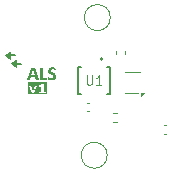
<source format=gbr>
%TF.GenerationSoftware,KiCad,Pcbnew,8.0.3*%
%TF.CreationDate,2026-01-07T02:22:38-05:00*%
%TF.ProjectId,lux-module,6c75782d-6d6f-4647-956c-652e6b696361,A*%
%TF.SameCoordinates,Original*%
%TF.FileFunction,Legend,Top*%
%TF.FilePolarity,Positive*%
%FSLAX46Y46*%
G04 Gerber Fmt 4.6, Leading zero omitted, Abs format (unit mm)*
G04 Created by KiCad (PCBNEW 8.0.3) date 2026-01-07 02:22:38*
%MOMM*%
%LPD*%
G01*
G04 APERTURE LIST*
%ADD10C,0.200000*%
%ADD11C,0.100000*%
%ADD12C,0.120000*%
%ADD13C,0.152400*%
G04 APERTURE END LIST*
D10*
X126790000Y-52080000D02*
X126390000Y-52080000D01*
X126250000Y-51370000D02*
X125850000Y-51370000D01*
D11*
X134340000Y-48190000D02*
G75*
G02*
X132140000Y-48190000I-1100000J0D01*
G01*
X132140000Y-48190000D02*
G75*
G02*
X134340000Y-48190000I1100000J0D01*
G01*
X134070000Y-59850000D02*
G75*
G02*
X131870000Y-59850000I-1100000J0D01*
G01*
X131870000Y-59850000D02*
G75*
G02*
X134070000Y-59850000I1100000J0D01*
G01*
X126360000Y-52370000D02*
X125930000Y-52070000D01*
X126360000Y-51780000D01*
X126360000Y-52370000D01*
G36*
X126360000Y-52370000D02*
G01*
X125930000Y-52070000D01*
X126360000Y-51780000D01*
X126360000Y-52370000D01*
G37*
X125820000Y-51660000D02*
X125390000Y-51360000D01*
X125820000Y-51070000D01*
X125820000Y-51660000D01*
G36*
X125820000Y-51660000D02*
G01*
X125390000Y-51360000D01*
X125820000Y-51070000D01*
X125820000Y-51660000D01*
G37*
D10*
G36*
X127842587Y-52417408D02*
G01*
X127860321Y-52417974D01*
X127905163Y-52423836D01*
X127928318Y-52437318D01*
X127940334Y-52461938D01*
X128270062Y-53401003D01*
X128282372Y-53447605D01*
X128275631Y-53473397D01*
X128243684Y-53483948D01*
X128185072Y-53485991D01*
X128180083Y-53486000D01*
X128120650Y-53485102D01*
X128114431Y-53484827D01*
X128078674Y-53479845D01*
X128061381Y-53469586D01*
X128053175Y-53452294D01*
X127981367Y-53242147D01*
X127581004Y-53242147D01*
X127513300Y-53446725D01*
X127504508Y-53466069D01*
X127487215Y-53478379D01*
X127453510Y-53484534D01*
X127396357Y-53486000D01*
X127336859Y-53483655D01*
X127307257Y-53471638D01*
X127301395Y-53445260D01*
X127313998Y-53399244D01*
X127428023Y-53073327D01*
X127628778Y-53073327D01*
X127931249Y-53073327D01*
X127780307Y-52615225D01*
X127779427Y-52615225D01*
X127628778Y-53073327D01*
X127428023Y-53073327D01*
X127642847Y-52459300D01*
X127654277Y-52437025D01*
X127675380Y-52423836D01*
X127715240Y-52417974D01*
X127775228Y-52416812D01*
X127782944Y-52416802D01*
X127842587Y-52417408D01*
G37*
G36*
X128999860Y-53391038D02*
G01*
X128997808Y-53434709D01*
X128991653Y-53464018D01*
X128981395Y-53481017D01*
X128967034Y-53486000D01*
X128478157Y-53486000D01*
X128432435Y-53470173D01*
X128413970Y-53417709D01*
X128413970Y-52451387D01*
X128419246Y-52436732D01*
X128437124Y-52425888D01*
X128470244Y-52419440D01*
X128522707Y-52416802D01*
X128575464Y-52419440D01*
X128608290Y-52425888D01*
X128625875Y-52436439D01*
X128631444Y-52451094D01*
X128631444Y-53298421D01*
X128967034Y-53298421D01*
X128981395Y-53303110D01*
X128991653Y-53318644D01*
X128997808Y-53347367D01*
X128999860Y-53391038D01*
G37*
G36*
X129756622Y-53165357D02*
G01*
X129752212Y-53225560D01*
X129737481Y-53284268D01*
X129725261Y-53313076D01*
X129693557Y-53364687D01*
X129653326Y-53408220D01*
X129640265Y-53419175D01*
X129590056Y-53452378D01*
X129532778Y-53477614D01*
X129515115Y-53483362D01*
X129455175Y-53497215D01*
X129392043Y-53504005D01*
X129361828Y-53504757D01*
X129302013Y-53501883D01*
X129258953Y-53495672D01*
X129201689Y-53482105D01*
X129175422Y-53473690D01*
X129121021Y-53450224D01*
X129114752Y-53446725D01*
X129079581Y-53421812D01*
X129064340Y-53390745D01*
X129059944Y-53332713D01*
X129061409Y-53289921D01*
X129066978Y-53262078D01*
X129076943Y-53246837D01*
X129091304Y-53242147D01*
X129123838Y-53256802D01*
X129175726Y-53287946D01*
X129177766Y-53289042D01*
X129231886Y-53312807D01*
X129256608Y-53321282D01*
X129315966Y-53333518D01*
X129362414Y-53335937D01*
X129421293Y-53329358D01*
X129433342Y-53325972D01*
X129486392Y-53298128D01*
X129519804Y-53253285D01*
X129531516Y-53195540D01*
X129531528Y-53193494D01*
X129515159Y-53136047D01*
X129511598Y-53131066D01*
X129467808Y-53089905D01*
X129460013Y-53084757D01*
X129407587Y-53055906D01*
X129387913Y-53046949D01*
X129333949Y-53022726D01*
X129304675Y-53009433D01*
X129252102Y-52982459D01*
X129221437Y-52964297D01*
X129174451Y-52928897D01*
X129149337Y-52903920D01*
X129114349Y-52855033D01*
X129097752Y-52820975D01*
X129081874Y-52760965D01*
X129078115Y-52706083D01*
X129082807Y-52646787D01*
X129098355Y-52589854D01*
X129106545Y-52571261D01*
X129137513Y-52520961D01*
X129180057Y-52476960D01*
X129183042Y-52474541D01*
X129235652Y-52440982D01*
X129292693Y-52418305D01*
X129296762Y-52417095D01*
X129355722Y-52404072D01*
X129417712Y-52398342D01*
X129435980Y-52398044D01*
X129495056Y-52401801D01*
X129511598Y-52404199D01*
X129570030Y-52416627D01*
X129582526Y-52420319D01*
X129637927Y-52441872D01*
X129641144Y-52443473D01*
X129674849Y-52464576D01*
X129685987Y-52478937D01*
X129690969Y-52494178D01*
X129693900Y-52517919D01*
X129694780Y-52553676D01*
X129693607Y-52594122D01*
X129689504Y-52621380D01*
X129681004Y-52636914D01*
X129666643Y-52641896D01*
X129637627Y-52630173D01*
X129589267Y-52604087D01*
X129534120Y-52582225D01*
X129522442Y-52578588D01*
X129464155Y-52567792D01*
X129439204Y-52566865D01*
X129380694Y-52574593D01*
X129377362Y-52575658D01*
X129333105Y-52599691D01*
X129306727Y-52636621D01*
X129298227Y-52682050D01*
X129314114Y-52738626D01*
X129317571Y-52743599D01*
X129361521Y-52784760D01*
X129369448Y-52789907D01*
X129423194Y-52818923D01*
X129443307Y-52828009D01*
X129498179Y-52852100D01*
X129527424Y-52865525D01*
X129580341Y-52892247D01*
X129611542Y-52910368D01*
X129659535Y-52945768D01*
X129684815Y-52970745D01*
X129720192Y-53019517D01*
X129736692Y-53053397D01*
X129752807Y-53112191D01*
X129756622Y-53165357D01*
G37*
G36*
X128950125Y-54694000D02*
G01*
X127346413Y-54694000D01*
X127346413Y-53981243D01*
X127446413Y-53981243D01*
X127682644Y-54594000D01*
X127906957Y-54594000D01*
X128144947Y-53981243D01*
X127939979Y-53981243D01*
X127798709Y-54402513D01*
X127655875Y-53981243D01*
X127446413Y-53981243D01*
X127346413Y-53981243D01*
X127346413Y-53893706D01*
X128303803Y-53893706D01*
X128303803Y-54031264D01*
X128476336Y-54031264D01*
X128476336Y-54456442D01*
X128303803Y-54456442D01*
X128303803Y-54594000D01*
X128850125Y-54594000D01*
X128850125Y-54456442D01*
X128681304Y-54456442D01*
X128681304Y-53781159D01*
X128499392Y-53781159D01*
X128497225Y-53798978D01*
X128482979Y-53836651D01*
X128472652Y-53849650D01*
X128439993Y-53872604D01*
X128418434Y-53880968D01*
X128379616Y-53889017D01*
X128344857Y-53892383D01*
X128303803Y-53893706D01*
X127346413Y-53893706D01*
X127346413Y-53681159D01*
X128950125Y-53681159D01*
X128950125Y-54694000D01*
G37*
D11*
X132330490Y-53079395D02*
X132330490Y-53727014D01*
X132330490Y-53727014D02*
X132368585Y-53803204D01*
X132368585Y-53803204D02*
X132406680Y-53841300D01*
X132406680Y-53841300D02*
X132482871Y-53879395D01*
X132482871Y-53879395D02*
X132635252Y-53879395D01*
X132635252Y-53879395D02*
X132711442Y-53841300D01*
X132711442Y-53841300D02*
X132749537Y-53803204D01*
X132749537Y-53803204D02*
X132787633Y-53727014D01*
X132787633Y-53727014D02*
X132787633Y-53079395D01*
X133587632Y-53879395D02*
X133130489Y-53879395D01*
X133359061Y-53879395D02*
X133359061Y-53079395D01*
X133359061Y-53079395D02*
X133282870Y-53193680D01*
X133282870Y-53193680D02*
X133206680Y-53269871D01*
X133206680Y-53269871D02*
X133130489Y-53307966D01*
D12*
%TO.C,R1*%
X134576359Y-56290000D02*
X134883641Y-56290000D01*
X134576359Y-57050000D02*
X134883641Y-57050000D01*
%TO.C,C2*%
X138872164Y-57310000D02*
X139087836Y-57310000D01*
X138872164Y-58030000D02*
X139087836Y-58030000D01*
%TO.C,R2*%
X134780000Y-51303641D02*
X134780000Y-50996359D01*
X135540000Y-51303641D02*
X135540000Y-50996359D01*
%TO.C,U2*%
X135560000Y-52770000D02*
X136860000Y-52770000D01*
X135560000Y-54570000D02*
X136660000Y-54570000D01*
X136910000Y-54850000D02*
X136910000Y-54570000D01*
X137190000Y-54570000D01*
X136910000Y-54850000D01*
G36*
X136910000Y-54850000D02*
G01*
X136910000Y-54570000D01*
X137190000Y-54570000D01*
X136910000Y-54850000D01*
G37*
D13*
%TO.C,U1*%
X133666200Y-51729007D02*
G75*
G02*
X133513800Y-51729007I-76200J0D01*
G01*
X133513800Y-51729007D02*
G75*
G02*
X133666200Y-51729007I76200J0D01*
G01*
X134273514Y-54644800D02*
X134273514Y-52384200D01*
X134273514Y-52384200D02*
X134049740Y-52384200D01*
X134049740Y-54644800D02*
X134273514Y-54644800D01*
X131830288Y-52384200D02*
X131606514Y-52384200D01*
X131606514Y-54644800D02*
X131830288Y-54644800D01*
X131606514Y-52384200D02*
X131606514Y-54644800D01*
D12*
%TO.C,C1*%
X132557836Y-55410000D02*
X132342164Y-55410000D01*
X132557836Y-56130000D02*
X132342164Y-56130000D01*
%TD*%
M02*

</source>
